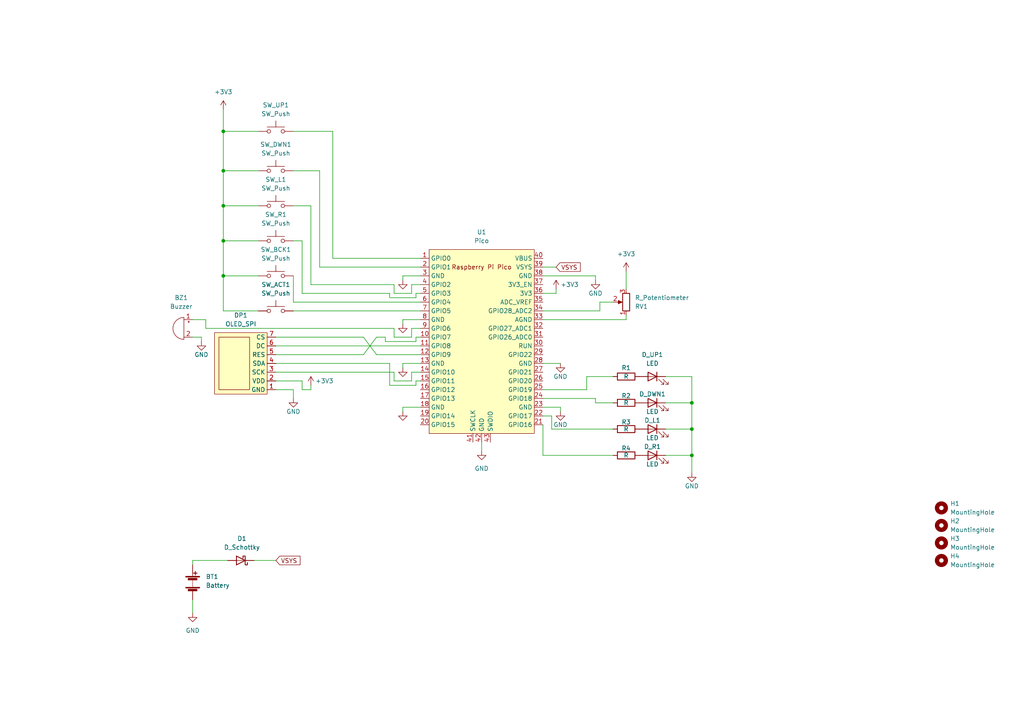
<source format=kicad_sch>
(kicad_sch (version 20211123) (generator eeschema)
  (paper "A4")
  (lib_symbols
    (symbol "Custom_lib:OLED_SPI"
      (property "Reference" "DP" (at -7.62 -1.27 0))
      (property "Value" "OLED_SPI" (at 3.81 -1.27 0))
      (symbol "OLED_SPI_0_1"
        (rectangle (start -8.89 -2.54) (end 8.89 -17.78) (fill (type background)))
        (rectangle (start -7.62 -3.81) (end 7.62 -12.7))
      )
      (symbol "OLED_SPI_1_1"
        (pin input line (at -7.62 -20.32 90) (length 2.54) (name "GND") (number "1"))
        (pin input line (at -5.08 -20.32 90) (length 2.54) (name "VDD") (number "2"))
        (pin input line (at -2.54 -20.32 90) (length 2.54) (name "SCK") (number "3"))
        (pin input line (at 0 -20.32 90) (length 2.54) (name "SDA") (number "4"))
        (pin input line (at 2.54 -20.32 90) (length 2.54) (name "RES") (number "5"))
        (pin input line (at 5.08 -20.32 90) (length 2.54) (name "DC") (number "6"))
        (pin input line (at 7.62 -20.32 90) (length 2.54) (name "CS") (number "7"))
      )
    )
    (symbol "Device:Battery" (pin_numbers hide) (pin_names (offset 0) hide)
      (property "Reference" "BT" (at 2.54 2.54 0))
      (property "Value" "Battery" (at 2.54 0 0))
      (symbol "Battery_0_1"
        (rectangle (start -2.032 -1.397) (end 2.032 -1.651) (fill (type outline)))
        (rectangle (start -2.032 1.778) (end 2.032 1.524) (fill (type outline)))
        (rectangle (start -1.3208 -1.9812) (end 1.27 -2.4892) (fill (type outline)))
        (rectangle (start -1.3208 1.1938) (end 1.27 0.6858) (fill (type outline)))
        (polyline (pts (xy 0 -1.524) (xy 0 -1.27)))
        (polyline (pts (xy 0 -1.016) (xy 0 -0.762)))
        (polyline (pts (xy 0 -0.508) (xy 0 -0.254)))
        (polyline (pts (xy 0 0) (xy 0 0.254)))
        (polyline (pts (xy 0 0.508) (xy 0 0.762)))
        (polyline (pts (xy 0 1.778) (xy 0 2.54)))
        (polyline (pts (xy 0.254 2.667) (xy 1.27 2.667)) (stroke (width 0.254)))
        (polyline (pts (xy 0.762 3.175) (xy 0.762 2.159)) (stroke (width 0.254)))
      )
      (symbol "Battery_1_1"
        (pin passive line (at 0 5.08 270) (length 2.54) (name "+") (number "1"))
        (pin passive line (at 0 -5.08 90) (length 2.54) (name "-") (number "2"))
      )
    )
    (symbol "Device:Buzzer" (pin_names (offset 0.0254) hide)
      (property "Reference" "BZ" (at 3.81 1.27 0))
      (property "Value" "Buzzer" (at 3.81 -1.27 0))
      (symbol "Buzzer_0_1"
        (arc (start 0 -3.175) (mid 3.175 0) (end 0 3.175))
        (polyline (pts (xy -1.651 1.905) (xy -1.143 1.905)))
        (polyline (pts (xy -1.397 2.159) (xy -1.397 1.651)))
        (polyline (pts (xy 0 3.175) (xy 0 -3.175)))
      )
      (symbol "Buzzer_1_1"
        (pin passive line (at -2.54 2.54 0) (length 2.54) (name "-") (number "1"))
        (pin passive line (at -2.54 -2.54 0) (length 2.54) (name "+") (number "2"))
      )
    )
    (symbol "Device:D_Schottky" (pin_numbers hide) (pin_names (offset 1.016) hide)
      (property "Reference" "D" (at 0 2.54 0))
      (property "Value" "D_Schottky" (at 0 -2.54 0))
      (symbol "D_Schottky_0_1"
        (polyline (pts (xy 1.27 0) (xy -1.27 0)))
        (polyline (pts (xy 1.27 1.27) (xy 1.27 -1.27) (xy -1.27 0) (xy 1.27 1.27)) (stroke (width 0.254)))
        (polyline (pts (xy -1.905 0.635) (xy -1.905 1.27) (xy -1.27 1.27) (xy -1.27 -1.27) (xy -0.635 -1.27) (xy -0.635 -0.635)) (stroke (width 0.254)))
      )
      (symbol "D_Schottky_1_1"
        (pin passive line (at -3.81 0 0) (length 2.54) (name "K") (number "1"))
        (pin passive line (at 3.81 0 180) (length 2.54) (name "A") (number "2"))
      )
    )
    (symbol "Device:LED" (pin_numbers hide) (pin_names (offset 1.016) hide)
      (property "Reference" "D" (at 0 2.54 0))
      (property "Value" "LED" (at 0 -2.54 0))
      (symbol "LED_0_1"
        (polyline (pts (xy -1.27 -1.27) (xy -1.27 1.27)) (stroke (width 0.254)))
        (polyline (pts (xy -1.27 0) (xy 1.27 0)))
        (polyline (pts (xy 1.27 -1.27) (xy 1.27 1.27) (xy -1.27 0) (xy 1.27 -1.27)) (stroke (width 0.254)))
        (polyline (pts (xy -3.048 -0.762) (xy -4.572 -2.286) (xy -3.81 -2.286) (xy -4.572 -2.286) (xy -4.572 -1.524)))
        (polyline (pts (xy -1.778 -0.762) (xy -3.302 -2.286) (xy -2.54 -2.286) (xy -3.302 -2.286) (xy -3.302 -1.524)))
      )
      (symbol "LED_1_1"
        (pin passive line (at -3.81 0 0) (length 2.54) (name "K") (number "1"))
        (pin passive line (at 3.81 0 180) (length 2.54) (name "A") (number "2"))
      )
    )
    (symbol "Device:R" (pin_numbers hide) (pin_names (offset 0))
      (property "Reference" "R" (at 2.032 0 90))
      (property "Value" "R" (at 0 0 90))
      (symbol "R_0_1"
        (rectangle (start -1.016 -2.54) (end 1.016 2.54) (stroke (width 0.254)))
      )
      (symbol "R_1_1"
        (pin passive line (at 0 3.81 270) (length 1.27) (name "~") (number "1"))
        (pin passive line (at 0 -3.81 90) (length 1.27) (name "~") (number "2"))
      )
    )
    (symbol "Device:R_Potentiometer" (pin_names (offset 1.016) hide)
      (property "Reference" "RV" (at -4.445 0 90))
      (property "Value" "R_Potentiometer" (at -2.54 0 90))
      (symbol "R_Potentiometer_0_1"
        (polyline (pts (xy 2.54 0) (xy 1.524 0)))
        (polyline (pts (xy 1.143 0) (xy 2.286 0.508) (xy 2.286 -0.508) (xy 1.143 0)) (fill (type outline)))
        (rectangle (start 1.016 2.54) (end -1.016 -2.54) (stroke (width 0.254)))
      )
      (symbol "R_Potentiometer_1_1"
        (pin passive line (at 0 3.81 270) (length 1.27) (name "1") (number "1"))
        (pin passive line (at 3.81 0 180) (length 1.27) (name "2") (number "2"))
        (pin passive line (at 0 -3.81 90) (length 1.27) (name "3") (number "3"))
      )
    )
    (symbol "MCU_RaspberryPi_and_Boards:Pico"
      (property "Reference" "U" (at -13.97 27.94 0))
      (property "Value" "Pico" (at 0 19.05 0))
      (symbol "Pico_0_0"
        (text "Raspberry Pi Pico" (at 0 21.59 0) (effects (font (size 1.27 1.27))))
      )
      (symbol "Pico_0_1"
        (rectangle (start -15.24 26.67) (end 15.24 -26.67) (fill (type background)))
      )
      (symbol "Pico_1_1"
        (pin bidirectional line (at -17.78 24.13 0) (length 2.54) (name "GPIO0") (number "1"))
        (pin bidirectional line (at -17.78 1.27 0) (length 2.54) (name "GPIO7") (number "10"))
        (pin bidirectional line (at -17.78 -1.27 0) (length 2.54) (name "GPIO8") (number "11"))
        (pin bidirectional line (at -17.78 -3.81 0) (length 2.54) (name "GPIO9") (number "12"))
        (pin power_in line (at -17.78 -6.35 0) (length 2.54) (name "GND") (number "13"))
        (pin bidirectional line (at -17.78 -8.89 0) (length 2.54) (name "GPIO10") (number "14"))
        (pin bidirectional line (at -17.78 -11.43 0) (length 2.54) (name "GPIO11") (number "15"))
        (pin bidirectional line (at -17.78 -13.97 0) (length 2.54) (name "GPIO12") (number "16"))
        (pin bidirectional line (at -17.78 -16.51 0) (length 2.54) (name "GPIO13") (number "17"))
        (pin power_in line (at -17.78 -19.05 0) (length 2.54) (name "GND") (number "18"))
        (pin bidirectional line (at -17.78 -21.59 0) (length 2.54) (name "GPIO14") (number "19"))
        (pin bidirectional line (at -17.78 21.59 0) (length 2.54) (name "GPIO1") (number "2"))
        (pin bidirectional line (at -17.78 -24.13 0) (length 2.54) (name "GPIO15") (number "20"))
        (pin bidirectional line (at 17.78 -24.13 180) (length 2.54) (name "GPIO16") (number "21"))
        (pin bidirectional line (at 17.78 -21.59 180) (length 2.54) (name "GPIO17") (number "22"))
        (pin power_in line (at 17.78 -19.05 180) (length 2.54) (name "GND") (number "23"))
        (pin bidirectional line (at 17.78 -16.51 180) (length 2.54) (name "GPIO18") (number "24"))
        (pin bidirectional line (at 17.78 -13.97 180) (length 2.54) (name "GPIO19") (number "25"))
        (pin bidirectional line (at 17.78 -11.43 180) (length 2.54) (name "GPIO20") (number "26"))
        (pin bidirectional line (at 17.78 -8.89 180) (length 2.54) (name "GPIO21") (number "27"))
        (pin power_in line (at 17.78 -6.35 180) (length 2.54) (name "GND") (number "28"))
        (pin bidirectional line (at 17.78 -3.81 180) (length 2.54) (name "GPIO22") (number "29"))
        (pin power_in line (at -17.78 19.05 0) (length 2.54) (name "GND") (number "3"))
        (pin input line (at 17.78 -1.27 180) (length 2.54) (name "RUN") (number "30"))
        (pin bidirectional line (at 17.78 1.27 180) (length 2.54) (name "GPIO26_ADC0") (number "31"))
        (pin bidirectional line (at 17.78 3.81 180) (length 2.54) (name "GPIO27_ADC1") (number "32"))
        (pin power_in line (at 17.78 6.35 180) (length 2.54) (name "AGND") (number "33"))
        (pin bidirectional line (at 17.78 8.89 180) (length 2.54) (name "GPIO28_ADC2") (number "34"))
        (pin power_in line (at 17.78 11.43 180) (length 2.54) (name "ADC_VREF") (number "35"))
        (pin power_in line (at 17.78 13.97 180) (length 2.54) (name "3V3") (number "36"))
        (pin input line (at 17.78 16.51 180) (length 2.54) (name "3V3_EN") (number "37"))
        (pin bidirectional line (at 17.78 19.05 180) (length 2.54) (name "GND") (number "38"))
        (pin power_in line (at 17.78 21.59 180) (length 2.54) (name "VSYS") (number "39"))
        (pin bidirectional line (at -17.78 16.51 0) (length 2.54) (name "GPIO2") (number "4"))
        (pin power_in line (at 17.78 24.13 180) (length 2.54) (name "VBUS") (number "40"))
        (pin input line (at -2.54 -29.21 90) (length 2.54) (name "SWCLK") (number "41"))
        (pin power_in line (at 0 -29.21 90) (length 2.54) (name "GND") (number "42"))
        (pin bidirectional line (at 2.54 -29.21 90) (length 2.54) (name "SWDIO") (number "43"))
        (pin bidirectional line (at -17.78 13.97 0) (length 2.54) (name "GPIO3") (number "5"))
        (pin bidirectional line (at -17.78 11.43 0) (length 2.54) (name "GPIO4") (number "6"))
        (pin bidirectional line (at -17.78 8.89 0) (length 2.54) (name "GPIO5") (number "7"))
        (pin power_in line (at -17.78 6.35 0) (length 2.54) (name "GND") (number "8"))
        (pin bidirectional line (at -17.78 3.81 0) (length 2.54) (name "GPIO6") (number "9"))
      )
    )
    (symbol "Mechanical:MountingHole" (pin_names (offset 1.016))
      (property "Reference" "H" (at 0 5.08 0))
      (property "Value" "MountingHole" (at 0 3.175 0))
      (symbol "MountingHole_0_1"
        (circle (center 0 0) (radius 1.27) (stroke (width 1.27)))
      )
    )
    (symbol "Switch:SW_Push" (pin_numbers hide) (pin_names (offset 1.016) hide)
      (property "Reference" "SW" (at 1.27 2.54 0))
      (property "Value" "SW_Push" (at 0 -1.524 0))
      (symbol "SW_Push_0_1"
        (circle (center -2.032 0) (radius 0.508))
        (polyline (pts (xy 0 1.27) (xy 0 3.048)))
        (polyline (pts (xy 2.54 1.27) (xy -2.54 1.27)))
        (circle (center 2.032 0) (radius 0.508))
        (pin passive line (at -5.08 0 0) (length 2.54) (name "1") (number "1"))
        (pin passive line (at 5.08 0 180) (length 2.54) (name "2") (number "2"))
      )
    )
    (symbol "power:+3.3V" (power) (pin_names (offset 0))
      (property "Value" "+3.3V" (at 0 3.556 0))
      (symbol "+3.3V_0_1"
        (polyline (pts (xy -0.762 1.27) (xy 0 2.54)))
        (polyline (pts (xy 0 0) (xy 0 2.54)))
        (polyline (pts (xy 0 2.54) (xy 0.762 1.27)))
      )
      (symbol "+3.3V_1_1"
        (pin power_in line (at 0 0 90) (length 0) hide (name "+3V3") (number "1"))
      )
    )
    (symbol "power:GND" (power) (pin_names (offset 0))
      (property "Value" "GND" (at 0 -3.81 0))
      (symbol "GND_0_1"
        (polyline (pts (xy 0 0) (xy 0 -1.27) (xy 1.27 -1.27) (xy 0 -2.54) (xy -1.27 -1.27) (xy 0 -1.27)))
      )
      (symbol "GND_1_1"
        (pin power_in line (at 0 0 270) (length 0) hide (name "GND") (number "1"))
      )
    )
  )
  (junction (at 200.66 132.08))
  (junction (at 64.77 38.1))
  (junction (at 200.66 116.84))
  (junction (at 64.77 69.85))
  (junction (at 64.77 80.01))
  (junction (at 64.77 49.53))
  (junction (at 200.66 124.46))
  (junction (at 64.77 59.69))
  (wire (pts (xy 55.88 92.71) (xy 59.69 92.71)))
  (wire (pts (xy 55.88 162.56) (xy 66.04 162.56)))
  (wire (pts (xy 121.92 80.01) (xy 116.84 80.01)))
  (wire (pts (xy 157.48 77.47) (xy 161.29 77.47)))
  (wire (pts (xy 200.66 132.08) (xy 193.04 132.08)))
  (wire (pts (xy 173.99 90.17) (xy 173.99 87.63)))
  (wire (pts (xy 80.01 105.41) (xy 113.03 105.41)))
  (wire (pts (xy 80.01 102.87) (xy 105.41 102.87)))
  (wire (pts (xy 64.77 49.53) (xy 64.77 59.69)))
  (wire (pts (xy 157.48 120.65) (xy 160.02 120.65)))
  (wire (pts (xy 116.84 105.41) (xy 121.92 105.41)))
  (wire (pts (xy 157.48 105.41) (xy 162.56 105.41)))
  (wire (pts (xy 157.48 92.71) (xy 181.61 92.71)))
  (wire (pts (xy 85.09 87.63) (xy 85.09 80.01)))
  (wire (pts (xy 121.92 87.63) (xy 85.09 87.63)))
  (wire (pts (xy 85.09 113.03) (xy 85.09 115.57)))
  (wire (pts (xy 87.63 69.85) (xy 85.09 69.85)))
  (wire (pts (xy 64.77 49.53) (xy 74.93 49.53)))
  (wire (pts (xy 157.48 118.11) (xy 162.56 118.11)))
  (wire (pts (xy 119.38 95.25) (xy 119.38 97.79)))
  (wire (pts (xy 157.48 132.08) (xy 177.8 132.08)))
  (wire (pts (xy 172.72 80.01) (xy 172.72 81.28)))
  (wire (pts (xy 121.92 77.47) (xy 92.71 77.47)))
  (wire (pts (xy 120.65 85.09) (xy 121.92 85.09)))
  (wire (pts (xy 116.84 118.11) (xy 121.92 118.11)))
  (wire (pts (xy 90.17 113.03) (xy 90.17 111.76)))
  (wire (pts (xy 85.09 38.1) (xy 96.52 38.1)))
  (wire (pts (xy 172.72 116.84) (xy 177.8 116.84)))
  (wire (pts (xy 170.18 113.03) (xy 170.18 109.22)))
  (wire (pts (xy 64.77 31.75) (xy 64.77 38.1)))
  (wire (pts (xy 121.92 82.55) (xy 119.38 82.55)))
  (wire (pts (xy 116.84 118.11) (xy 116.84 119.38)))
  (wire (pts (xy 80.01 97.79) (xy 105.41 97.79)))
  (wire (pts (xy 87.63 110.49) (xy 87.63 113.03)))
  (wire (pts (xy 80.01 100.33) (xy 121.92 100.33)))
  (wire (pts (xy 157.48 85.09) (xy 161.29 85.09)))
  (wire (pts (xy 161.29 85.09) (xy 161.29 83.82)))
  (wire (pts (xy 55.88 173.99) (xy 55.88 177.8)))
  (wire (pts (xy 64.77 69.85) (xy 74.93 69.85)))
  (wire (pts (xy 64.77 69.85) (xy 64.77 80.01)))
  (wire (pts (xy 200.66 116.84) (xy 193.04 116.84)))
  (wire (pts (xy 119.38 97.79) (xy 114.3 97.79)))
  (wire (pts (xy 119.38 85.09) (xy 114.3 85.09)))
  (wire (pts (xy 200.66 124.46) (xy 193.04 124.46)))
  (wire (pts (xy 114.3 110.49) (xy 119.38 110.49)))
  (wire (pts (xy 80.01 113.03) (xy 85.09 113.03)))
  (wire (pts (xy 173.99 87.63) (xy 177.8 87.63)))
  (wire (pts (xy 181.61 91.44) (xy 181.61 92.71)))
  (wire (pts (xy 120.65 110.49) (xy 120.65 111.76)))
  (wire (pts (xy 160.02 120.65) (xy 160.02 124.46)))
  (wire (pts (xy 58.42 97.79) (xy 58.42 99.06)))
  (wire (pts (xy 119.38 107.95) (xy 121.92 107.95)))
  (wire (pts (xy 162.56 118.11) (xy 162.56 119.38)))
  (wire (pts (xy 87.63 85.09) (xy 113.03 85.09)))
  (wire (pts (xy 87.63 85.09) (xy 87.63 69.85)))
  (wire (pts (xy 113.03 105.41) (xy 113.03 111.76)))
  (wire (pts (xy 105.41 102.87) (xy 109.22 97.79)))
  (wire (pts (xy 109.22 102.87) (xy 121.92 102.87)))
  (wire (pts (xy 120.65 99.06) (xy 111.76 99.06)))
  (wire (pts (xy 64.77 59.69) (xy 74.93 59.69)))
  (wire (pts (xy 113.03 85.09) (xy 113.03 86.36)))
  (wire (pts (xy 120.65 97.79) (xy 121.92 97.79)))
  (wire (pts (xy 73.66 162.56) (xy 80.01 162.56)))
  (wire (pts (xy 200.66 132.08) (xy 200.66 137.16)))
  (wire (pts (xy 120.65 110.49) (xy 121.92 110.49)))
  (wire (pts (xy 119.38 107.95) (xy 119.38 110.49)))
  (wire (pts (xy 111.76 97.79) (xy 109.22 97.79)))
  (wire (pts (xy 59.69 95.25) (xy 59.69 92.71)))
  (wire (pts (xy 80.01 107.95) (xy 114.3 107.95)))
  (wire (pts (xy 116.84 80.01) (xy 116.84 81.28)))
  (wire (pts (xy 109.22 102.87) (xy 105.41 97.79)))
  (wire (pts (xy 64.77 80.01) (xy 74.93 80.01)))
  (wire (pts (xy 55.88 97.79) (xy 58.42 97.79)))
  (wire (pts (xy 64.77 80.01) (xy 64.77 90.17)))
  (wire (pts (xy 64.77 59.69) (xy 64.77 69.85)))
  (wire (pts (xy 157.48 123.19) (xy 157.48 132.08)))
  (wire (pts (xy 64.77 38.1) (xy 64.77 49.53)))
  (wire (pts (xy 120.65 97.79) (xy 120.65 99.06)))
  (wire (pts (xy 59.69 95.25) (xy 114.3 95.25)))
  (wire (pts (xy 116.84 105.41) (xy 116.84 106.68)))
  (wire (pts (xy 114.3 85.09) (xy 114.3 82.55)))
  (wire (pts (xy 64.77 38.1) (xy 74.93 38.1)))
  (wire (pts (xy 80.01 110.49) (xy 87.63 110.49)))
  (wire (pts (xy 90.17 82.55) (xy 90.17 59.69)))
  (wire (pts (xy 181.61 78.74) (xy 181.61 83.82)))
  (wire (pts (xy 113.03 111.76) (xy 120.65 111.76)))
  (wire (pts (xy 111.76 99.06) (xy 111.76 97.79)))
  (wire (pts (xy 119.38 95.25) (xy 121.92 95.25)))
  (wire (pts (xy 114.3 82.55) (xy 90.17 82.55)))
  (wire (pts (xy 170.18 109.22) (xy 177.8 109.22)))
  (wire (pts (xy 85.09 90.17) (xy 121.92 90.17)))
  (wire (pts (xy 96.52 38.1) (xy 96.52 74.93)))
  (wire (pts (xy 172.72 115.57) (xy 172.72 116.84)))
  (wire (pts (xy 113.03 86.36) (xy 120.65 86.36)))
  (wire (pts (xy 119.38 82.55) (xy 119.38 85.09)))
  (wire (pts (xy 160.02 124.46) (xy 177.8 124.46)))
  (wire (pts (xy 200.66 124.46) (xy 200.66 132.08)))
  (wire (pts (xy 92.71 49.53) (xy 85.09 49.53)))
  (wire (pts (xy 120.65 86.36) (xy 120.65 85.09)))
  (wire (pts (xy 157.48 80.01) (xy 172.72 80.01)))
  (wire (pts (xy 116.84 92.71) (xy 121.92 92.71)))
  (wire (pts (xy 114.3 97.79) (xy 114.3 95.25)))
  (wire (pts (xy 64.77 90.17) (xy 74.93 90.17)))
  (wire (pts (xy 157.48 113.03) (xy 170.18 113.03)))
  (wire (pts (xy 139.7 128.27) (xy 139.7 130.81)))
  (wire (pts (xy 87.63 113.03) (xy 90.17 113.03)))
  (wire (pts (xy 157.48 90.17) (xy 173.99 90.17)))
  (wire (pts (xy 90.17 59.69) (xy 85.09 59.69)))
  (wire (pts (xy 193.04 109.22) (xy 200.66 109.22)))
  (wire (pts (xy 116.84 92.71) (xy 116.84 93.98)))
  (wire (pts (xy 96.52 74.93) (xy 121.92 74.93)))
  (wire (pts (xy 114.3 107.95) (xy 114.3 110.49)))
  (wire (pts (xy 157.48 115.57) (xy 172.72 115.57)))
  (wire (pts (xy 200.66 109.22) (xy 200.66 116.84)))
  (wire (pts (xy 55.88 163.83) (xy 55.88 162.56)))
  (wire (pts (xy 200.66 116.84) (xy 200.66 124.46)))
  (wire (pts (xy 92.71 77.47) (xy 92.71 49.53)))
  (global_label "VSYS" (shape input) (at 161.29 77.47 0) (property "Intersheet References" "${INTERSHEET_REFS}" (effects hide)))
  (global_label "VSYS" (shape input) (at 80.01 162.56 0) (property "Intersheet References" "${INTERSHEET_REFS}" (effects hide)))
  (symbol (lib_id "Device:LED") (at 189.23 116.84 0) (mirror y) (unit 1)
    (property "Reference" "D_DWN1" (at 189.23 114.3 0))
    (property "Value" "LED" (at 189.23 119.38 0))
    (property "Footprint" "_Easy Solder:LED_D5.0mm_Big_Pads_Back" (effects hide))
  )
  (symbol (lib_id "Device:R") (at 181.61 132.08 270) (mirror x) (unit 1)
    (property "Reference" "R4" (at 181.61 130.048 90))
    (property "Value" "R" (at 181.61 132.08 90))
    (property "Footprint" "_Easy Solder:R_easy_L6.3mm_D2.5mm_P10.16mm_Horizontal_Big_Pads_Back" (effects hide))
  )
  (symbol (lib_id "Switch:SW_Push") (at 80.01 90.17 0) (unit 1)
    (property "Reference" "SW_ACT1" (at 80.01 82.55 0))
    (property "Value" "SW_Push" (at 80.01 85.09 0))
    (property "Footprint" "Button_Switch_THT:SW_PUSH_6mm" (effects hide))
  )
  (symbol (lib_id "power:+3.3V") (at 64.77 31.75 0) (unit 1)
    (property "Reference" "#PWR0106" (effects hide))
    (property "Value" "+3.3V" (at 64.77 26.67 0))
  )
  (symbol (lib_id "power:GND") (at 139.7 130.81 0) (unit 1)
    (property "Reference" "#PWR0111" (effects hide))
    (property "Value" "GND" (at 139.7 135.89 0))
  )
  (symbol (lib_id "Mechanical:MountingHole") (at 273.05 152.4 0) (unit 1) (in_bom no)
    (property "Reference" "H2" (at 275.59 151.1299 0) (effects (justify left)))
    (property "Value" "MountingHole" (at 275.59 153.6699 0) (effects (justify left)))
    (property "Footprint" "MountingHole:MountingHole_2.2mm_M2" (effects hide))
  )
  (symbol (lib_id "Device:Battery") (at 55.88 168.91 0) (unit 1)
    (property "Reference" "BT1" (at 59.69 167.2589 0) (effects (justify left)))
    (property "Value" "Battery" (at 59.69 169.7989 0) (effects (justify left)))
    (property "Footprint" "_Easy Solder:BatteryWire-0.1sqmm_1x02_P3.6mm_D0.4mm_OD1mm_Relief2x_Back" (effects hide))
  )
  (symbol (lib_id "power:GND") (at 162.56 119.38 0) (unit 1)
    (property "Reference" "#PWR0107" (effects hide))
    (property "Value" "GND" (at 162.56 123.19 0))
  )
  (symbol (lib_id "Switch:SW_Push") (at 80.01 59.69 0) (unit 1)
    (property "Reference" "SW_L1" (at 80.01 52.07 0))
    (property "Value" "SW_Push" (at 80.01 54.61 0))
    (property "Footprint" "_Easy Solder:SW_PUSH-12mm_Omron_Back" (effects hide))
  )
  (symbol (lib_id "power:+3.3V") (at 181.61 78.74 0) (unit 1)
    (property "Reference" "#PWR0112" (effects hide))
    (property "Value" "+3.3V" (at 181.61 73.66 0))
  )
  (symbol (lib_id "power:GND") (at 172.72 81.28 0) (unit 1)
    (property "Reference" "#PWR0109" (effects hide))
    (property "Value" "GND" (at 172.72 85.09 0))
  )
  (symbol (lib_id "power:GND") (at 116.84 119.38 0) (unit 1)
    (property "Reference" "#PWR0105" (effects hide))
    (property "Value" "GND" (effects hide))
  )
  (symbol (lib_id "Custom_lib:OLED_SPI") (at 59.69 105.41 90) (unit 1)
    (property "Reference" "DP1" (at 69.85 91.44 90))
    (property "Value" "OLED_SPI" (at 69.85 93.98 90))
    (property "Footprint" "_Easy Solder:OLED_Display_Module" (effects hide))
  )
  (symbol (lib_id "power:GND") (at 162.56 105.41 0) (unit 1)
    (property "Reference" "#PWR0108" (effects hide))
    (property "Value" "GND" (at 162.56 109.22 0))
  )
  (symbol (lib_id "power:+3.3V") (at 90.17 111.76 0) (unit 1)
    (property "Reference" "#PWR0115" (effects hide))
    (property "Value" "+3.3V" (at 91.44 110.49 0) (effects (justify left)))
  )
  (symbol (lib_id "power:GND") (at 200.66 137.16 0) (mirror y) (unit 1)
    (property "Reference" "#PWR0113" (effects hide))
    (property "Value" "GND" (at 200.66 140.97 0))
  )
  (symbol (lib_id "MCU_RaspberryPi_and_Boards:Pico") (at 139.7 99.06 0) (unit 1)
    (property "Reference" "U1" (at 139.7 67.31 0))
    (property "Value" "Pico" (at 139.7 69.85 0))
    (property "Footprint" "MCU_RaspberryPi_and_Boards:RPi_Pico_SMD_TH" (effects hide))
  )
  (symbol (lib_id "Device:LED") (at 189.23 132.08 0) (mirror y) (unit 1)
    (property "Reference" "D_R1" (at 189.23 129.54 0))
    (property "Value" "LED" (at 189.23 134.62 0))
    (property "Footprint" "_Easy Solder:LED_D5.0mm_Big_Pads_Back" (effects hide))
  )
  (symbol (lib_id "Switch:SW_Push") (at 80.01 38.1 0) (unit 1)
    (property "Reference" "SW_UP1" (at 80.01 30.48 0))
    (property "Value" "SW_Push" (at 80.01 33.02 0))
    (property "Footprint" "_Easy Solder:SW_PUSH-12mm_Omron_Back" (effects hide))
  )
  (symbol (lib_id "power:GND") (at 58.42 99.06 0) (unit 1)
    (property "Reference" "#PWR0114" (effects hide))
    (property "Value" "GND" (at 58.42 102.87 0))
  )
  (symbol (lib_id "power:GND") (at 55.88 177.8 0) (unit 1)
    (property "Reference" "#PWR01" (effects hide))
    (property "Value" "GND" (at 55.88 182.88 0))
  )
  (symbol (lib_id "Device:LED") (at 189.23 124.46 0) (mirror y) (unit 1)
    (property "Reference" "D_L1" (at 189.23 121.92 0))
    (property "Value" "LED" (at 189.23 127 0))
    (property "Footprint" "_Easy Solder:LED_D5.0mm_Big_Pads_Back" (effects hide))
  )
  (symbol (lib_id "Device:R") (at 181.61 116.84 270) (mirror x) (unit 1)
    (property "Reference" "R2" (at 181.61 114.808 90))
    (property "Value" "R" (at 181.61 116.84 90))
    (property "Footprint" "_Easy Solder:R_easy_L6.3mm_D2.5mm_P10.16mm_Horizontal_Big_Pads_Back" (effects hide))
  )
  (symbol (lib_id "Switch:SW_Push") (at 80.01 49.53 0) (unit 1)
    (property "Reference" "SW_DWN1" (at 80.01 41.91 0))
    (property "Value" "SW_Push" (at 80.01 44.45 0))
    (property "Footprint" "_Easy Solder:SW_PUSH-12mm_Omron_Back" (effects hide))
  )
  (symbol (lib_id "power:GND") (at 85.09 115.57 0) (unit 1)
    (property "Reference" "#PWR0101" (effects hide))
    (property "Value" "GND" (at 85.09 119.38 0))
  )
  (symbol (lib_id "power:GND") (at 116.84 93.98 0) (unit 1)
    (property "Reference" "#PWR0102" (effects hide))
    (property "Value" "GND" (effects hide))
  )
  (symbol (lib_id "power:+3.3V") (at 161.29 83.82 0) (unit 1)
    (property "Reference" "#PWR0110" (effects hide))
    (property "Value" "+3.3V" (at 162.56 82.55 0) (effects (justify left)))
  )
  (symbol (lib_id "Switch:SW_Push") (at 80.01 80.01 0) (unit 1)
    (property "Reference" "SW_BCK1" (at 80.01 72.39 0))
    (property "Value" "SW_Push" (at 80.01 74.93 0))
    (property "Footprint" "Button_Switch_THT:SW_PUSH_6mm" (effects hide))
  )
  (symbol (lib_id "Switch:SW_Push") (at 80.01 69.85 0) (unit 1)
    (property "Reference" "SW_R1" (at 80.01 62.23 0))
    (property "Value" "SW_Push" (at 80.01 64.77 0))
    (property "Footprint" "_Easy Solder:SW_PUSH-12mm_Omron_Back" (effects hide))
  )
  (symbol (lib_id "Device:LED") (at 189.23 109.22 0) (mirror y) (unit 1)
    (property "Reference" "D_UP1" (at 189.23 102.87 0))
    (property "Value" "LED" (at 189.23 105.41 0))
    (property "Footprint" "_Easy Solder:LED_D5.0mm_Big_Pads_Back" (effects hide))
  )
  (symbol (lib_id "Device:R") (at 181.61 109.22 270) (mirror x) (unit 1)
    (property "Reference" "R1" (at 181.61 106.68 90))
    (property "Value" "R" (at 181.61 109.22 90))
    (property "Footprint" "_Easy Solder:R_easy_L6.3mm_D2.5mm_P10.16mm_Horizontal_Big_Pads_Back" (effects hide))
  )
  (symbol (lib_id "Device:Buzzer") (at 53.34 95.25 0) (mirror y) (unit 1)
    (property "Reference" "BZ1" (at 52.578 86.36 0))
    (property "Value" "Buzzer" (at 52.578 88.9 0))
    (property "Footprint" "_Easy Solder:Buzzer_15x7.5RM7.6_12.2mm_Big_Pads_Back" (effects hide))
  )
  (symbol (lib_id "power:GND") (at 116.84 106.68 0) (unit 1)
    (property "Reference" "#PWR0104" (effects hide))
    (property "Value" "GND" (effects hide))
  )
  (symbol (lib_id "Device:R") (at 181.61 124.46 270) (mirror x) (unit 1)
    (property "Reference" "R3" (at 181.61 122.428 90))
    (property "Value" "R" (at 181.61 124.46 90))
    (property "Footprint" "_Easy Solder:R_easy_L6.3mm_D2.5mm_P10.16mm_Horizontal_Big_Pads_Back" (effects hide))
  )
  (symbol (lib_id "Device:R_Potentiometer") (at 181.61 87.63 180) (unit 1)
    (property "Reference" "RV1" (at 184.15 88.9001 0) (effects (justify right)))
    (property "Value" "R_Potentiometer" (at 184.15 86.3601 0) (effects (justify right)))
    (property "Footprint" "Potentiometer_THT:Potentiometer_Piher_PT-10-V10_Vertical_Hole" (effects hide))
  )
  (symbol (lib_id "power:GND") (at 116.84 81.28 0) (unit 1)
    (property "Reference" "#PWR0103" (effects hide))
    (property "Value" "GND" (effects hide))
  )
  (symbol (lib_id "Mechanical:MountingHole") (at 273.05 157.48 0) (unit 1) (in_bom no)
    (property "Reference" "H3" (at 275.59 156.2099 0) (effects (justify left)))
    (property "Value" "MountingHole" (at 275.59 158.7499 0) (effects (justify left)))
    (property "Footprint" "MountingHole:MountingHole_2.2mm_M2" (effects hide))
  )
  (symbol (lib_id "Mechanical:MountingHole") (at 273.05 162.56 0) (unit 1) (in_bom no)
    (property "Reference" "H4" (at 275.59 161.2899 0) (effects (justify left)))
    (property "Value" "MountingHole" (at 275.59 163.8299 0) (effects (justify left)))
    (property "Footprint" "MountingHole:MountingHole_2.2mm_M2" (effects hide))
  )
  (symbol (lib_id "Mechanical:MountingHole") (at 273.05 147.32 0) (unit 1) (in_bom no)
    (property "Reference" "H1" (at 275.59 146.0499 0) (effects (justify left)))
    (property "Value" "MountingHole" (at 275.59 148.5899 0) (effects (justify left)))
    (property "Footprint" "MountingHole:MountingHole_2.2mm_M2" (effects hide))
  )
  (symbol (lib_id "Device:D_Schottky") (at 69.85 162.56 180) (unit 1)
    (property "Reference" "D1" (at 70.1675 156.21 0))
    (property "Value" "D_Schottky" (at 70.1675 158.75 0))
    (property "Footprint" "_Easy Solder:D_DO-41_SOD81_P7.62mm_Horizontal_Big_Pads_Back" (effects hide))
  )
)
</source>
